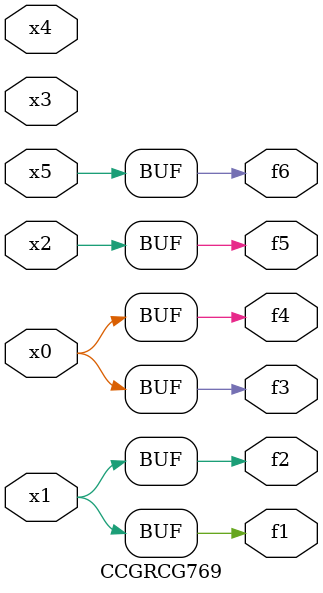
<source format=v>
module CCGRCG769(
	input x0, x1, x2, x3, x4, x5,
	output f1, f2, f3, f4, f5, f6
);
	assign f1 = x1;
	assign f2 = x1;
	assign f3 = x0;
	assign f4 = x0;
	assign f5 = x2;
	assign f6 = x5;
endmodule

</source>
